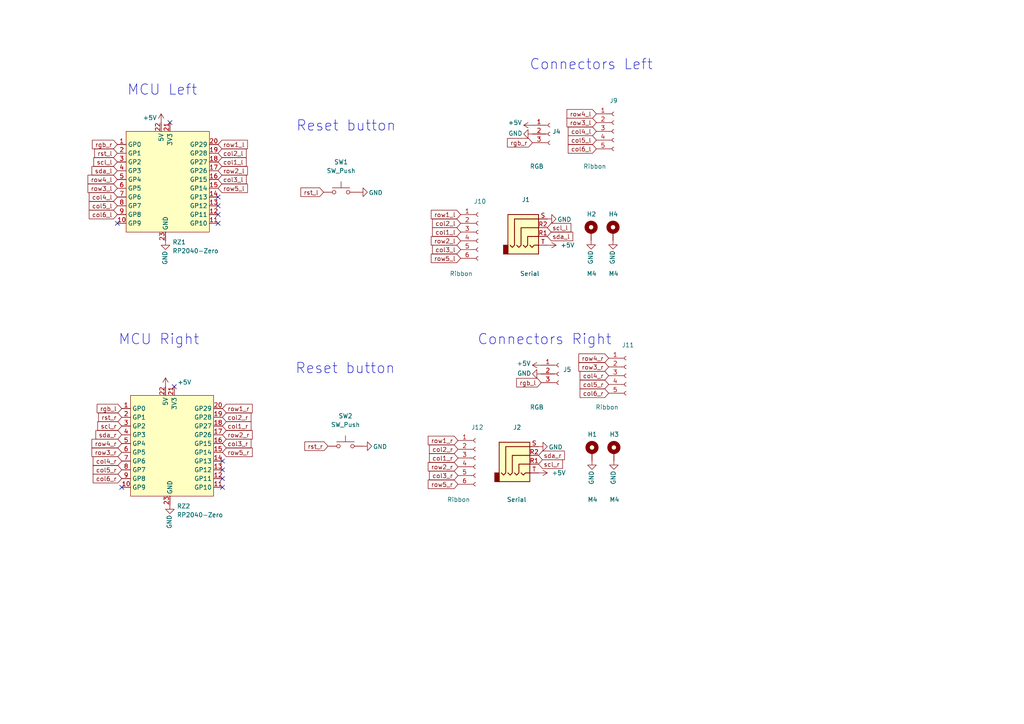
<source format=kicad_sch>
(kicad_sch (version 20211123) (generator eeschema)
  (paper "A4")
  (title_block (title "Elite-C holder") (date "2022-02-13") (rev "2.0") (company "BastardKB x KarlK90") (comment 1 "Licensed under CERN-OHL-W v2"))
  (lib_symbols
    (symbol "Connector:AudioJack4"
      (property "Reference" "J" (at 0 8.89 0))
      (property "Value" "AudioJack4" (at 0 6.35 0))
      (symbol "AudioJack4_0_1"
        (rectangle (start -6.35 -5.08) (end -7.62 -7.62) (stroke (width 0.254)) (fill (type outline)))
        (polyline (pts (xy 0 -5.08) (xy 0.635 -5.715) (xy 1.27 -5.08) (xy 2.54 -5.08)) (stroke (width 0.254)))
        (polyline (pts (xy -5.715 -5.08) (xy -5.08 -5.715) (xy -4.445 -5.08) (xy -4.445 2.54) (xy 2.54 2.54)) (stroke (width 0.254)))
        (polyline (pts (xy -1.905 -5.08) (xy -1.27 -5.715) (xy -0.635 -5.08) (xy -0.635 -2.54) (xy 2.54 -2.54)) (stroke (width 0.254)))
        (polyline (pts (xy 2.54 0) (xy -2.54 0) (xy -2.54 -5.08) (xy -3.175 -5.715) (xy -3.81 -5.08)) (stroke (width 0.254)))
        (rectangle (start 2.54 3.81) (end -6.35 -7.62) (stroke (width 0.254)) (fill (type background)))
      )
      (symbol "AudioJack4_1_1"
        (pin passive line (at 5.08 -2.54 180) (length 2.54) (name "~") (number "R1"))
        (pin passive line (at 5.08 0 180) (length 2.54) (name "~") (number "R2"))
        (pin passive line (at 5.08 2.54 180) (length 2.54) (name "~") (number "S"))
        (pin passive line (at 5.08 -5.08 180) (length 2.54) (name "~") (number "T"))
      )
    )
    (symbol "Connector:Conn_01x03_Female" (pin_names (offset 1.016) hide)
      (property "Reference" "J" (at 0 5.08 0))
      (property "Value" "Conn_01x03_Female" (at 0 -5.08 0))
      (symbol "Conn_01x03_Female_1_1"
        (arc (start 0 -2.032) (mid -0.508 -2.54) (end 0 -3.048) (stroke (width 0.1524)))
        (polyline (pts (xy -1.27 -2.54) (xy -0.508 -2.54)) (stroke (width 0.1524)))
        (polyline (pts (xy -1.27 0) (xy -0.508 0)) (stroke (width 0.1524)))
        (polyline (pts (xy -1.27 2.54) (xy -0.508 2.54)) (stroke (width 0.1524)))
        (arc (start 0 0.508) (mid -0.508 0) (end 0 -0.508) (stroke (width 0.1524)))
        (arc (start 0 3.048) (mid -0.508 2.54) (end 0 2.032) (stroke (width 0.1524)))
        (pin passive line (at -5.08 2.54 0) (length 3.81) (name "Pin_1") (number "1"))
        (pin passive line (at -5.08 0 0) (length 3.81) (name "Pin_2") (number "2"))
        (pin passive line (at -5.08 -2.54 0) (length 3.81) (name "Pin_3") (number "3"))
      )
    )
    (symbol "Connector:Conn_01x05_Female" (pin_names (offset 1.016) hide)
      (property "Reference" "J" (at 0 7.62 0))
      (property "Value" "Conn_01x05_Female" (at 0 -7.62 0))
      (symbol "Conn_01x05_Female_1_1"
        (arc (start 0 -4.572) (mid -0.508 -5.08) (end 0 -5.588) (stroke (width 0.1524)))
        (arc (start 0 -2.032) (mid -0.508 -2.54) (end 0 -3.048) (stroke (width 0.1524)))
        (polyline (pts (xy -1.27 -5.08) (xy -0.508 -5.08)) (stroke (width 0.1524)))
        (polyline (pts (xy -1.27 -2.54) (xy -0.508 -2.54)) (stroke (width 0.1524)))
        (polyline (pts (xy -1.27 0) (xy -0.508 0)) (stroke (width 0.1524)))
        (polyline (pts (xy -1.27 2.54) (xy -0.508 2.54)) (stroke (width 0.1524)))
        (polyline (pts (xy -1.27 5.08) (xy -0.508 5.08)) (stroke (width 0.1524)))
        (arc (start 0 0.508) (mid -0.508 0) (end 0 -0.508) (stroke (width 0.1524)))
        (arc (start 0 3.048) (mid -0.508 2.54) (end 0 2.032) (stroke (width 0.1524)))
        (arc (start 0 5.588) (mid -0.508 5.08) (end 0 4.572) (stroke (width 0.1524)))
        (pin passive line (at -5.08 5.08 0) (length 3.81) (name "Pin_1") (number "1"))
        (pin passive line (at -5.08 2.54 0) (length 3.81) (name "Pin_2") (number "2"))
        (pin passive line (at -5.08 0 0) (length 3.81) (name "Pin_3") (number "3"))
        (pin passive line (at -5.08 -2.54 0) (length 3.81) (name "Pin_4") (number "4"))
        (pin passive line (at -5.08 -5.08 0) (length 3.81) (name "Pin_5") (number "5"))
      )
    )
    (symbol "Connector:Conn_01x06_Female" (pin_names (offset 1.016) hide)
      (property "Reference" "J" (at 0 7.62 0))
      (property "Value" "Conn_01x06_Female" (at 0 -10.16 0))
      (symbol "Conn_01x06_Female_1_1"
        (arc (start 0 -7.112) (mid -0.508 -7.62) (end 0 -8.128) (stroke (width 0.1524)))
        (arc (start 0 -4.572) (mid -0.508 -5.08) (end 0 -5.588) (stroke (width 0.1524)))
        (arc (start 0 -2.032) (mid -0.508 -2.54) (end 0 -3.048) (stroke (width 0.1524)))
        (polyline (pts (xy -1.27 -7.62) (xy -0.508 -7.62)) (stroke (width 0.1524)))
        (polyline (pts (xy -1.27 -5.08) (xy -0.508 -5.08)) (stroke (width 0.1524)))
        (polyline (pts (xy -1.27 -2.54) (xy -0.508 -2.54)) (stroke (width 0.1524)))
        (polyline (pts (xy -1.27 0) (xy -0.508 0)) (stroke (width 0.1524)))
        (polyline (pts (xy -1.27 2.54) (xy -0.508 2.54)) (stroke (width 0.1524)))
        (polyline (pts (xy -1.27 5.08) (xy -0.508 5.08)) (stroke (width 0.1524)))
        (arc (start 0 0.508) (mid -0.508 0) (end 0 -0.508) (stroke (width 0.1524)))
        (arc (start 0 3.048) (mid -0.508 2.54) (end 0 2.032) (stroke (width 0.1524)))
        (arc (start 0 5.588) (mid -0.508 5.08) (end 0 4.572) (stroke (width 0.1524)))
        (pin passive line (at -5.08 5.08 0) (length 3.81) (name "Pin_1") (number "1"))
        (pin passive line (at -5.08 2.54 0) (length 3.81) (name "Pin_2") (number "2"))
        (pin passive line (at -5.08 0 0) (length 3.81) (name "Pin_3") (number "3"))
        (pin passive line (at -5.08 -2.54 0) (length 3.81) (name "Pin_4") (number "4"))
        (pin passive line (at -5.08 -5.08 0) (length 3.81) (name "Pin_5") (number "5"))
        (pin passive line (at -5.08 -7.62 0) (length 3.81) (name "Pin_6") (number "6"))
      )
    )
    (symbol "Mechanical:MountingHole_Pad" (pin_numbers hide) (pin_names (offset 1.016) hide)
      (property "Reference" "H" (at 0 6.35 0))
      (property "Value" "MountingHole_Pad" (at 0 4.445 0))
      (symbol "MountingHole_Pad_0_1"
        (circle (center 0 1.27) (radius 1.27) (stroke (width 1.27)))
      )
      (symbol "MountingHole_Pad_1_1"
        (pin input line (at 0 -2.54 90) (length 2.54) (name "1") (number "1"))
      )
    )
    (symbol "Switch:SW_Push" (pin_numbers hide) (pin_names (offset 1.016) hide)
      (property "Reference" "SW" (at 1.27 2.54 0))
      (property "Value" "SW_Push" (at 0 -1.524 0))
      (symbol "SW_Push_0_1"
        (circle (center -2.032 0) (radius 0.508))
        (polyline (pts (xy 0 1.27) (xy 0 3.048)))
        (polyline (pts (xy 2.54 1.27) (xy -2.54 1.27)))
        (circle (center 2.032 0) (radius 0.508))
        (pin passive line (at -5.08 0 0) (length 2.54) (name "1") (number "1"))
        (pin passive line (at 5.08 0 180) (length 2.54) (name "2") (number "2"))
      )
    )
    (symbol "power:+5V" (power) (pin_names (offset 0))
      (property "Value" "+5V" (at 0 3.556 0))
      (symbol "+5V_0_1"
        (polyline (pts (xy -0.762 1.27) (xy 0 2.54)))
        (polyline (pts (xy 0 0) (xy 0 2.54)))
        (polyline (pts (xy 0 2.54) (xy 0.762 1.27)))
      )
      (symbol "+5V_1_1"
        (pin power_in line (at 0 0 90) (length 0) hide (name "+5V") (number "1"))
      )
    )
    (symbol "power:GND" (power) (pin_names (offset 0))
      (property "Value" "GND" (at 0 -3.81 0))
      (symbol "GND_0_1"
        (polyline (pts (xy 0 0) (xy 0 -1.27) (xy 1.27 -1.27) (xy 0 -2.54) (xy -1.27 -1.27) (xy 0 -1.27)))
      )
      (symbol "GND_1_1"
        (pin power_in line (at 0 0 270) (length 0) hide (name "GND") (number "1"))
      )
    )
    (symbol "rp2040-zero:RP2040-Zero"
      (property "Reference" "RZ" (at 0 0 0))
      (property "Value" "RP2040-Zero" (at 0 -2.54 0))
      (symbol "RP2040-Zero_0_1"
        (rectangle (start -11.43 -15.24) (end 12.7 13.97) (fill (type background)))
      )
      (symbol "RP2040-Zero_1_1"
        (pin bidirectional line (at -13.97 10.16 0) (length 2.54) (name "GP0") (number "1"))
        (pin bidirectional line (at -13.97 -12.7 0) (length 2.54) (name "GP9") (number "10"))
        (pin bidirectional line (at 15.24 -12.7 180) (length 2.54) (name "GP10") (number "11"))
        (pin bidirectional line (at 15.24 -10.16 180) (length 2.54) (name "GP11") (number "12"))
        (pin bidirectional line (at 15.24 -7.62 180) (length 2.54) (name "GP12") (number "13"))
        (pin bidirectional line (at 15.24 -5.08 180) (length 2.54) (name "GP13") (number "14"))
        (pin bidirectional line (at 15.24 -2.54 180) (length 2.54) (name "GP14") (number "15"))
        (pin bidirectional line (at 15.24 0 180) (length 2.54) (name "GP15") (number "16"))
        (pin bidirectional line (at 15.24 2.54 180) (length 2.54) (name "GP26") (number "17"))
        (pin bidirectional line (at 15.24 5.08 180) (length 2.54) (name "GP27") (number "18"))
        (pin bidirectional line (at 15.24 7.62 180) (length 2.54) (name "GP28") (number "19"))
        (pin bidirectional line (at -13.97 7.62 0) (length 2.54) (name "GP1") (number "2"))
        (pin bidirectional line (at 15.24 10.16 180) (length 2.54) (name "GP29") (number "20"))
        (pin power_in line (at 1.27 16.51 270) (length 2.54) (name "3V3") (number "21"))
        (pin power_in line (at -1.27 16.51 270) (length 2.54) (name "5V") (number "22"))
        (pin power_in line (at 0 -17.78 90) (length 2.54) (name "GND") (number "23"))
        (pin bidirectional line (at -13.97 5.08 0) (length 2.54) (name "GP2") (number "3"))
        (pin bidirectional line (at -13.97 2.54 0) (length 2.54) (name "GP3") (number "4"))
        (pin bidirectional line (at -13.97 0 0) (length 2.54) (name "GP4") (number "5"))
        (pin bidirectional line (at -13.97 -2.54 0) (length 2.54) (name "GP5") (number "6"))
        (pin bidirectional line (at -13.97 -5.08 0) (length 2.54) (name "GP6") (number "7"))
        (pin bidirectional line (at -13.97 -7.62 0) (length 2.54) (name "GP7") (number "8"))
        (pin bidirectional line (at -13.97 -10.16 0) (length 2.54) (name "GP8") (number "9"))
      )
    )
  )
  (no_connect (at 63.246 57.15))
  (no_connect (at 63.246 59.69))
  (no_connect (at 34.036 64.77))
  (no_connect (at 50.546 112.141))
  (no_connect (at 64.516 136.271))
  (no_connect (at 64.516 133.731))
  (no_connect (at 64.516 138.811))
  (no_connect (at 64.516 141.351))
  (no_connect (at 35.306 141.351))
  (no_connect (at 49.276 35.56))
  (no_connect (at 63.246 62.23))
  (no_connect (at 63.246 64.77))
  (text "Connectors Left" (at 153.543 20.574 0) (effects (font (size 3 3)) (justify left bottom)))
  (text "Reset button" (at 85.852 38.354 0) (effects (font (size 3 3)) (justify left bottom)))
  (text "MCU Left" (at 36.83 27.94 0) (effects (font (size 3 3)) (justify left bottom)))
  (text "MCU Right" (at 34.29 100.33 0) (effects (font (size 3 3)) (justify left bottom)))
  (text "Reset button" (at 85.598 108.712 0) (effects (font (size 3 3)) (justify left bottom)))
  (text "Connectors Right" (at 138.43 100.33 0) (effects (font (size 3 3)) (justify left bottom)))
  (global_label "row5_l" (shape input) (at 63.246 54.61 0) (property "Intersheet References" "${INTERSHEET_REFS}" (effects hide)))
  (global_label "row5_r" (shape input) (at 64.516 131.191 0) (property "Intersheet References" "${INTERSHEET_REFS}" (effects hide)))
  (global_label "rst_l" (shape input) (at 93.853 55.753 180) (property "Intersheet References" "${INTERSHEET_REFS}" (effects hide)))
  (global_label "row1_r" (shape input) (at 132.842 127.762 180) (property "Intersheet References" "${INTERSHEET_REFS}" (effects hide)))
  (global_label "scl_r" (shape input) (at 156.21 134.62 0) (property "Intersheet References" "${INTERSHEET_REFS}" (effects hide)))
  (global_label "col6_l" (shape input) (at 172.974 43.18 180) (property "Intersheet References" "${INTERSHEET_REFS}" (effects hide)))
  (global_label "row1_l" (shape input) (at 63.246 41.91 0) (property "Intersheet References" "${INTERSHEET_REFS}" (effects hide)))
  (global_label "col6_l" (shape input) (at 34.036 62.23 180) (property "Intersheet References" "${INTERSHEET_REFS}" (effects hide)))
  (global_label "col1_r" (shape input) (at 132.842 132.842 180) (property "Intersheet References" "${INTERSHEET_REFS}" (effects hide)))
  (global_label "rgb_r" (shape input) (at 34.036 41.91 180) (property "Intersheet References" "${INTERSHEET_REFS}" (effects hide)))
  (global_label "rst_r" (shape input) (at 95.123 129.413 180) (property "Intersheet References" "${INTERSHEET_REFS}" (effects hide)))
  (global_label "col1_l" (shape input) (at 133.604 67.31 180) (property "Intersheet References" "${INTERSHEET_REFS}" (effects hide)))
  (global_label "row1_r" (shape input) (at 64.516 118.491 0) (property "Intersheet References" "${INTERSHEET_REFS}" (effects hide)))
  (global_label "scl_l" (shape input) (at 34.036 46.99 180) (property "Intersheet References" "${INTERSHEET_REFS}" (effects hide)))
  (global_label "col4_r" (shape input) (at 35.306 133.731 180) (property "Intersheet References" "${INTERSHEET_REFS}" (effects hide)))
  (global_label "col1_l" (shape input) (at 63.246 46.99 0) (property "Intersheet References" "${INTERSHEET_REFS}" (effects hide)))
  (global_label "row3_r" (shape input) (at 176.53 106.426 180) (property "Intersheet References" "${INTERSHEET_REFS}" (effects hide)))
  (global_label "row4_l" (shape input) (at 34.036 52.07 180) (property "Intersheet References" "${INTERSHEET_REFS}" (effects hide)))
  (global_label "row2_l" (shape input) (at 63.246 49.53 0) (property "Intersheet References" "${INTERSHEET_REFS}" (effects hide)))
  (global_label "scl_r" (shape input) (at 35.306 123.571 180) (property "Intersheet References" "${INTERSHEET_REFS}" (effects hide)))
  (global_label "row5_l" (shape input) (at 133.604 74.93 180) (property "Intersheet References" "${INTERSHEET_REFS}" (effects hide)))
  (global_label "col5_l" (shape input) (at 172.974 40.64 180) (property "Intersheet References" "${INTERSHEET_REFS}" (effects hide)))
  (global_label "rst_l" (shape input) (at 34.036 44.45 180) (property "Intersheet References" "${INTERSHEET_REFS}" (effects hide)))
  (global_label "row4_r" (shape input) (at 176.53 103.886 180) (property "Intersheet References" "${INTERSHEET_REFS}" (effects hide)))
  (global_label "col3_r" (shape input) (at 64.516 128.651 0) (property "Intersheet References" "${INTERSHEET_REFS}" (effects hide)))
  (global_label "col2_l" (shape input) (at 63.246 44.45 0) (property "Intersheet References" "${INTERSHEET_REFS}" (effects hide)))
  (global_label "rgb_r" (shape input) (at 154.432 41.402 180) (property "Intersheet References" "${INTERSHEET_REFS}" (effects hide)))
  (global_label "col2_r" (shape input) (at 64.516 121.031 0) (property "Intersheet References" "${INTERSHEET_REFS}" (effects hide)))
  (global_label "row2_r" (shape input) (at 64.516 126.111 0) (property "Intersheet References" "${INTERSHEET_REFS}" (effects hide)))
  (global_label "row3_r" (shape input) (at 35.306 131.191 180) (property "Intersheet References" "${INTERSHEET_REFS}" (effects hide)))
  (global_label "row1_l" (shape input) (at 133.604 62.23 180) (property "Intersheet References" "${INTERSHEET_REFS}" (effects hide)))
  (global_label "col5_r" (shape input) (at 35.306 136.271 180) (property "Intersheet References" "${INTERSHEET_REFS}" (effects hide)))
  (global_label "col3_r" (shape input) (at 132.842 137.922 180) (property "Intersheet References" "${INTERSHEET_REFS}" (effects hide)))
  (global_label "col1_r" (shape input) (at 64.516 123.571 0) (property "Intersheet References" "${INTERSHEET_REFS}" (effects hide)))
  (global_label "sda_r" (shape input) (at 156.21 132.08 0) (property "Intersheet References" "${INTERSHEET_REFS}" (effects hide)))
  (global_label "rst_r" (shape input) (at 35.306 121.031 180) (property "Intersheet References" "${INTERSHEET_REFS}" (effects hide)))
  (global_label "col5_l" (shape input) (at 34.036 59.69 180) (property "Intersheet References" "${INTERSHEET_REFS}" (effects hide)))
  (global_label "row2_l" (shape input) (at 133.604 69.85 180) (property "Intersheet References" "${INTERSHEET_REFS}" (effects hide)))
  (global_label "sda_l" (shape input) (at 158.75 68.58 0) (property "Intersheet References" "${INTERSHEET_REFS}" (effects hide)))
  (global_label "sda_l" (shape input) (at 34.036 49.53 180) (property "Intersheet References" "${INTERSHEET_REFS}" (effects hide)))
  (global_label "row3_l" (shape input) (at 172.974 35.56 180) (property "Intersheet References" "${INTERSHEET_REFS}" (effects hide)))
  (global_label "col3_l" (shape input) (at 133.604 72.39 180) (property "Intersheet References" "${INTERSHEET_REFS}" (effects hide)))
  (global_label "scl_l" (shape input) (at 158.75 66.04 0) (property "Intersheet References" "${INTERSHEET_REFS}" (effects hide)))
  (global_label "row5_r" (shape input) (at 132.842 140.462 180) (property "Intersheet References" "${INTERSHEET_REFS}" (effects hide)))
  (global_label "row3_l" (shape input) (at 34.036 54.61 180) (property "Intersheet References" "${INTERSHEET_REFS}" (effects hide)))
  (global_label "row4_r" (shape input) (at 35.306 128.651 180) (property "Intersheet References" "${INTERSHEET_REFS}" (effects hide)))
  (global_label "row2_r" (shape input) (at 132.842 135.382 180) (property "Intersheet References" "${INTERSHEET_REFS}" (effects hide)))
  (global_label "row4_l" (shape input) (at 172.974 33.02 180) (property "Intersheet References" "${INTERSHEET_REFS}" (effects hide)))
  (global_label "col6_r" (shape input) (at 176.53 114.046 180) (property "Intersheet References" "${INTERSHEET_REFS}" (effects hide)))
  (global_label "col6_r" (shape input) (at 35.306 138.811 180) (property "Intersheet References" "${INTERSHEET_REFS}" (effects hide)))
  (global_label "col3_l" (shape input) (at 63.246 52.07 0) (property "Intersheet References" "${INTERSHEET_REFS}" (effects hide)))
  (global_label "col2_r" (shape input) (at 132.842 130.302 180) (property "Intersheet References" "${INTERSHEET_REFS}" (effects hide)))
  (global_label "rgb_l" (shape input) (at 35.306 118.491 180) (property "Intersheet References" "${INTERSHEET_REFS}" (effects hide)))
  (global_label "col4_l" (shape input) (at 34.036 57.15 180) (property "Intersheet References" "${INTERSHEET_REFS}" (effects hide)))
  (global_label "col4_r" (shape input) (at 176.53 108.966 180) (property "Intersheet References" "${INTERSHEET_REFS}" (effects hide)))
  (global_label "col5_r" (shape input) (at 176.53 111.506 180) (property "Intersheet References" "${INTERSHEET_REFS}" (effects hide)))
  (global_label "sda_r" (shape input) (at 35.306 126.111 180) (property "Intersheet References" "${INTERSHEET_REFS}" (effects hide)))
  (global_label "col4_l" (shape input) (at 172.974 38.1 180) (property "Intersheet References" "${INTERSHEET_REFS}" (effects hide)))
  (global_label "rgb_l" (shape input) (at 156.972 110.998 180) (property "Intersheet References" "${INTERSHEET_REFS}" (effects hide)))
  (global_label "col2_l" (shape input) (at 133.604 64.77 180) (property "Intersheet References" "${INTERSHEET_REFS}" (effects hide)))
  (symbol (lib_id "power:GND") (at 49.276 146.431 0) (unit 1)
    (property "Reference" "#PWR0102" (effects hide))
    (property "Value" "GND" (at 49.12 153.4159 90) (effects (justify left)))
  )
  (symbol (lib_id "Mechanical:MountingHole_Pad") (at 171.45 67.183 0) (unit 1)
    (property "Reference" "H2" (at 170.18 62.103 0) (effects (justify left)))
    (property "Value" "M4" (at 170.18 79.375 0) (effects (justify left)))
    (property "Footprint" "Library:MountingHole_4mm_Pad_thin" (effects hide))
  )
  (symbol (lib_id "power:GND") (at 48.006 69.85 0) (unit 1)
    (property "Reference" "#PWR0104" (effects hide))
    (property "Value" "GND" (at 47.85 76.8349 90) (effects (justify left)))
  )
  (symbol (lib_id "rp2040-zero:RP2040-Zero") (at 48.006 52.07 0) (unit 1)
    (property "Reference" "RZ1" (at 50.0254 70.231 0) (effects (justify left)))
    (property "Value" "RP2040-Zero" (at 50.0254 72.771 0) (effects (justify left)))
    (property "Footprint" "KB Parts:RP2040-Zero" (effects hide))
  )
  (symbol (lib_id "power:+5V") (at 154.432 36.322 90) (unit 1)
    (property "Reference" "#PWR0122" (effects hide))
    (property "Value" "+5V" (at 147.32 35.56 90) (effects (justify right)))
  )
  (symbol (lib_id "Connector:Conn_01x05_Female") (at 181.61 108.966 0) (unit 1)
    (property "Reference" "J11" (at 180.34 100.076 0) (effects (justify left)))
    (property "Value" "Ribbon" (at 172.72 118.11 0) (effects (justify left)))
    (property "Footprint" "Library:5_PinHeader" (effects hide))
  )
  (symbol (lib_id "power:GND") (at 171.45 69.723 0) (unit 1)
    (property "Reference" "#PWR0129" (effects hide))
    (property "Value" "GND" (at 171.294 76.7079 90) (effects (justify left)))
  )
  (symbol (lib_id "power:+5V") (at 158.75 71.12 270) (unit 1)
    (property "Reference" "#PWR0127" (effects hide))
    (property "Value" "+5V" (at 162.56 71.1199 90) (effects (justify left)))
  )
  (symbol (lib_id "Mechanical:MountingHole_Pad") (at 177.8 67.183 0) (unit 1)
    (property "Reference" "H4" (at 176.53 62.103 0) (effects (justify left)))
    (property "Value" "M4" (at 176.53 79.375 0) (effects (justify left)))
    (property "Footprint" "Library:MountingHole_4mm_Pad_thin" (effects hide))
  )
  (symbol (lib_id "power:GND") (at 154.432 38.862 270) (unit 1)
    (property "Reference" "#PWR0123" (effects hide))
    (property "Value" "GND" (at 147.4471 38.706 90) (effects (justify left)))
  )
  (symbol (lib_id "power:+5V") (at 46.736 35.56 0) (unit 1)
    (property "Reference" "#PWR0103" (effects hide))
    (property "Value" "+5V" (at 41.402 34.163 0) (effects (justify left)))
  )
  (symbol (lib_id "Mechanical:MountingHole_Pad") (at 171.704 131.064 0) (unit 1)
    (property "Reference" "H1" (at 170.434 125.984 0) (effects (justify left)))
    (property "Value" "M4" (at 170.434 144.907 0) (effects (justify left)))
    (property "Footprint" "Library:MountingHole_4mm_Pad_thin" (effects hide))
  )
  (symbol (lib_id "power:+5V") (at 156.972 105.918 90) (unit 1)
    (property "Reference" "#PWR0125" (effects hide))
    (property "Value" "+5V" (at 149.86 105.41 90) (effects (justify right)))
  )
  (symbol (lib_id "Switch:SW_Push") (at 98.933 55.753 0) (unit 1)
    (property "Reference" "SW1" (at 98.933 46.99 0))
    (property "Value" "SW_Push" (at 98.933 49.53 0))
    (property "Footprint" "Keebio Parts:SW_SPST_3x3" (effects hide))
  )
  (symbol (lib_id "Connector:Conn_01x06_Female") (at 137.922 132.842 0) (unit 1)
    (property "Reference" "J12" (at 136.652 123.952 0) (effects (justify left)))
    (property "Value" "Ribbon" (at 129.667 144.907 0) (effects (justify left)))
    (property "Footprint" "Library:6_PinHeader" (effects hide))
  )
  (symbol (lib_id "Connector:AudioJack4") (at 153.67 66.04 0) (unit 1)
    (property "Reference" "J1" (at 152.527 57.9182 0))
    (property "Value" "Serial" (at 153.67 79.375 0))
    (property "Footprint" "Library:Jack_3.5mm_PJ320E_Horizontal" (effects hide))
  )
  (symbol (lib_id "power:GND") (at 171.704 133.604 0) (unit 1)
    (property "Reference" "#PWR0134" (effects hide))
    (property "Value" "GND" (at 171.548 140.5889 90) (effects (justify left)))
  )
  (symbol (lib_id "power:+5V") (at 156.21 137.16 270) (unit 1)
    (property "Reference" "#PWR0132" (effects hide))
    (property "Value" "+5V" (at 160.02 137.1599 90) (effects (justify left)))
  )
  (symbol (lib_id "Mechanical:MountingHole_Pad") (at 178.054 131.064 0) (unit 1)
    (property "Reference" "H3" (at 176.784 125.984 0) (effects (justify left)))
    (property "Value" "M4" (at 176.784 144.907 0) (effects (justify left)))
    (property "Footprint" "Library:MountingHole_4mm_Pad_thin" (effects hide))
  )
  (symbol (lib_id "power:GND") (at 158.75 63.5 90) (unit 1)
    (property "Reference" "#PWR0128" (effects hide))
    (property "Value" "GND" (at 165.7349 63.656 90) (effects (justify left)))
  )
  (symbol (lib_id "rp2040-zero:RP2040-Zero") (at 49.276 128.651 0) (unit 1)
    (property "Reference" "RZ2" (at 51.2954 146.812 0) (effects (justify left)))
    (property "Value" "RP2040-Zero" (at 51.2954 149.352 0) (effects (justify left)))
    (property "Footprint" "KB Parts:RP2040-Zero" (effects hide))
  )
  (symbol (lib_id "Connector:Conn_01x05_Female") (at 178.054 38.1 0) (unit 1)
    (property "Reference" "J9" (at 176.784 29.21 0) (effects (justify left)))
    (property "Value" "Ribbon" (at 169.164 48.26 0) (effects (justify left)))
    (property "Footprint" "Library:5_PinHeader" (effects hide))
  )
  (symbol (lib_id "power:+5V") (at 48.006 112.141 0) (unit 1)
    (property "Reference" "#PWR0101" (effects hide))
    (property "Value" "+5V" (at 51.435 110.8709 0) (effects (justify left)))
  )
  (symbol (lib_id "power:GND") (at 156.21 129.54 90) (unit 1)
    (property "Reference" "#PWR0124" (effects hide))
    (property "Value" "GND" (at 163.1949 129.696 90) (effects (justify left)))
  )
  (symbol (lib_id "Switch:SW_Push") (at 100.203 129.413 0) (unit 1)
    (property "Reference" "SW2" (at 100.203 120.65 0))
    (property "Value" "SW_Push" (at 100.203 123.19 0))
    (property "Footprint" "Keebio Parts:SW_SPST_3x3" (effects hide))
  )
  (symbol (lib_id "power:GND") (at 105.283 129.413 90) (unit 1)
    (property "Reference" "#PWR0106" (effects hide))
    (property "Value" "GND" (at 112.2679 129.569 90) (effects (justify left)))
  )
  (symbol (lib_id "power:GND") (at 177.8 69.723 0) (unit 1)
    (property "Reference" "#PWR0130" (effects hide))
    (property "Value" "GND" (at 177.644 76.7079 90) (effects (justify left)))
  )
  (symbol (lib_id "Connector:AudioJack4") (at 151.13 132.08 0) (unit 1)
    (property "Reference" "J2" (at 149.987 123.9582 0))
    (property "Value" "Serial" (at 149.86 144.907 0))
    (property "Footprint" "Library:Jack_3.5mm_PJ320E_Horizontal" (effects hide))
  )
  (symbol (lib_id "Connector:Conn_01x03_Female") (at 159.512 38.862 0) (unit 1)
    (property "Reference" "J4" (at 160.2233 38.1698 0) (effects (justify left)))
    (property "Value" "RGB" (at 153.67 48.26 0) (effects (justify left)))
    (property "Footprint" "Library:header1x03" (effects hide))
  )
  (symbol (lib_id "Connector:Conn_01x03_Female") (at 162.052 108.458 0) (unit 1)
    (property "Reference" "J5" (at 163.322 107.188 0) (effects (justify left)))
    (property "Value" "RGB" (at 153.67 118.11 0) (effects (justify left)))
    (property "Footprint" "Library:header1x03" (effects hide))
  )
  (symbol (lib_id "Connector:Conn_01x06_Female") (at 138.684 67.31 0) (unit 1)
    (property "Reference" "J10" (at 137.414 58.42 0) (effects (justify left)))
    (property "Value" "Ribbon" (at 130.429 79.375 0) (effects (justify left)))
    (property "Footprint" "Library:6_PinHeader" (effects hide))
  )
  (symbol (lib_id "power:GND") (at 178.054 133.604 0) (unit 1)
    (property "Reference" "#PWR0133" (effects hide))
    (property "Value" "GND" (at 177.898 140.5889 90) (effects (justify left)))
  )
  (symbol (lib_id "power:GND") (at 156.972 108.458 270) (unit 1)
    (property "Reference" "#PWR0126" (effects hide))
    (property "Value" "GND" (at 149.9871 108.302 90) (effects (justify left)))
  )
  (symbol (lib_id "power:GND") (at 104.013 55.753 90) (unit 1)
    (property "Reference" "#PWR0105" (effects hide))
    (property "Value" "GND" (at 110.9979 55.909 90) (effects (justify left)))
  )
)
</source>
